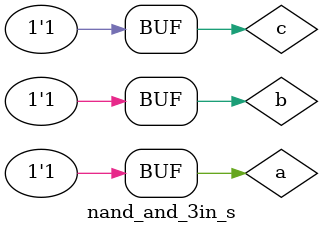
<source format=v>
module nand_and_3in(z,a,b,c);
input a,b,c;
output z;
wire p;
nand_and n1(p,a,b);
nand_and n2(z,c,p);
endmodule
//test
module nand_and_3in_s;
reg a,b,c;
wire z;
nand_and_3in n1(z,a,b,c);
initial
begin
	a=1;
	b=0; c=1; #5;
	b=0; c=0; #2;
	b=1; c=0; #3;
	b=1; c=1; #23;
end
endmodule

</source>
